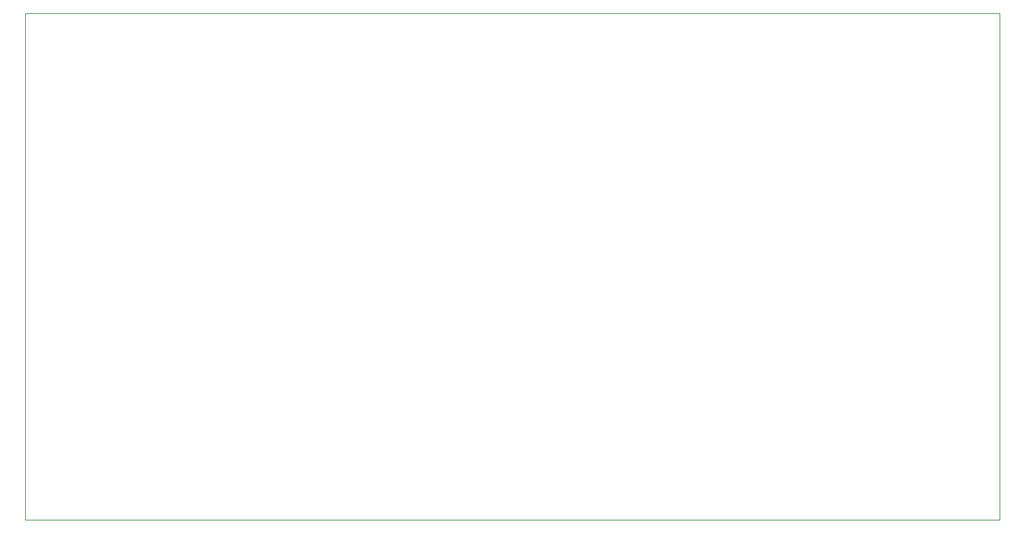
<source format=gko>
G04 Layer_Color=16711935*
%FSLAX25Y25*%
%MOIN*%
G70*
G01*
G75*
%ADD100C,0.00394*%
D100*
X51000Y125000D02*
Y367500D01*
X516500D01*
Y125000D02*
Y367500D01*
X51000Y125000D02*
X516500D01*
M02*

</source>
